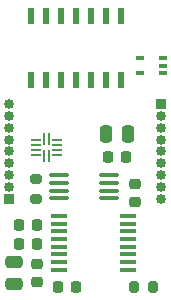
<source format=gbr>
%TF.GenerationSoftware,KiCad,Pcbnew,9.0.2*%
%TF.CreationDate,2025-07-02T09:28:49-04:00*%
%TF.ProjectId,strain-gauge,73747261-696e-42d6-9761-7567652e6b69,rev?*%
%TF.SameCoordinates,Original*%
%TF.FileFunction,Soldermask,Top*%
%TF.FilePolarity,Negative*%
%FSLAX46Y46*%
G04 Gerber Fmt 4.6, Leading zero omitted, Abs format (unit mm)*
G04 Created by KiCad (PCBNEW 9.0.2) date 2025-07-02 09:28:49*
%MOMM*%
%LPD*%
G01*
G04 APERTURE LIST*
G04 Aperture macros list*
%AMRoundRect*
0 Rectangle with rounded corners*
0 $1 Rounding radius*
0 $2 $3 $4 $5 $6 $7 $8 $9 X,Y pos of 4 corners*
0 Add a 4 corners polygon primitive as box body*
4,1,4,$2,$3,$4,$5,$6,$7,$8,$9,$2,$3,0*
0 Add four circle primitives for the rounded corners*
1,1,$1+$1,$2,$3*
1,1,$1+$1,$4,$5*
1,1,$1+$1,$6,$7*
1,1,$1+$1,$8,$9*
0 Add four rect primitives between the rounded corners*
20,1,$1+$1,$2,$3,$4,$5,0*
20,1,$1+$1,$4,$5,$6,$7,0*
20,1,$1+$1,$6,$7,$8,$9,0*
20,1,$1+$1,$8,$9,$2,$3,0*%
G04 Aperture macros list end*
%ADD10RoundRect,0.100000X-0.712500X-0.100000X0.712500X-0.100000X0.712500X0.100000X-0.712500X0.100000X0*%
%ADD11RoundRect,0.225000X-0.225000X-0.250000X0.225000X-0.250000X0.225000X0.250000X-0.225000X0.250000X0*%
%ADD12R,1.473200X0.355600*%
%ADD13RoundRect,0.225000X0.250000X-0.225000X0.250000X0.225000X-0.250000X0.225000X-0.250000X-0.225000X0*%
%ADD14RoundRect,0.225000X0.225000X0.250000X-0.225000X0.250000X-0.225000X-0.250000X0.225000X-0.250000X0*%
%ADD15RoundRect,0.225000X-0.250000X0.225000X-0.250000X-0.225000X0.250000X-0.225000X0.250000X0.225000X0*%
%ADD16R,0.850000X0.850000*%
%ADD17C,0.850000*%
%ADD18RoundRect,0.200000X-0.200000X-0.275000X0.200000X-0.275000X0.200000X0.275000X-0.200000X0.275000X0*%
%ADD19RoundRect,0.050000X-0.050000X0.475000X-0.050000X-0.475000X0.050000X-0.475000X0.050000X0.475000X0*%
%ADD20RoundRect,0.050000X-0.337500X0.050000X-0.337500X-0.050000X0.337500X-0.050000X0.337500X0.050000X0*%
%ADD21RoundRect,0.100000X0.225000X0.100000X-0.225000X0.100000X-0.225000X-0.100000X0.225000X-0.100000X0*%
%ADD22R,0.558800X1.460500*%
%ADD23RoundRect,0.200000X-0.275000X0.200000X-0.275000X-0.200000X0.275000X-0.200000X0.275000X0.200000X0*%
%ADD24RoundRect,0.250000X-0.250000X-0.475000X0.250000X-0.475000X0.250000X0.475000X-0.250000X0.475000X0*%
%ADD25RoundRect,0.250000X0.475000X-0.250000X0.475000X0.250000X-0.475000X0.250000X-0.475000X-0.250000X0*%
G04 APERTURE END LIST*
D10*
%TO.C,U5*%
X89887500Y-129775000D03*
X89887500Y-130425000D03*
X89887500Y-131075000D03*
X89887500Y-131725000D03*
X94112500Y-131725000D03*
X94112500Y-131075000D03*
X94112500Y-130425000D03*
X94112500Y-129775000D03*
%TD*%
D11*
%TO.C,C7*%
X93975000Y-128250000D03*
X95525000Y-128250000D03*
%TD*%
D12*
%TO.C,U1*%
X89829000Y-133225001D03*
X89829000Y-133874999D03*
X89829000Y-134525001D03*
X89829000Y-135174999D03*
X89829000Y-135824998D03*
X89829000Y-136474999D03*
X89829000Y-137124998D03*
X89829000Y-137774999D03*
X95671000Y-137774999D03*
X95671000Y-137125001D03*
X95671000Y-136474999D03*
X95671000Y-135825001D03*
X95671000Y-135175002D03*
X95671000Y-134525001D03*
X95671000Y-133875002D03*
X95671000Y-133225001D03*
%TD*%
D13*
%TO.C,C2*%
X88000000Y-138800000D03*
X88000000Y-137250000D03*
%TD*%
D14*
%TO.C,C4*%
X88025000Y-134000000D03*
X86475000Y-134000000D03*
%TD*%
D15*
%TO.C,C6*%
X96250000Y-130475000D03*
X96250000Y-132025000D03*
%TD*%
D16*
%TO.C,J2*%
X98500000Y-123750000D03*
D17*
X98500000Y-124750000D03*
X98500000Y-125750000D03*
X98500000Y-126750000D03*
X98500000Y-127750000D03*
X98500000Y-128750000D03*
X98500000Y-129750000D03*
X98500000Y-130750000D03*
X98500000Y-131750000D03*
%TD*%
D18*
%TO.C,R2*%
X96175000Y-139250000D03*
X97825000Y-139250000D03*
%TD*%
D19*
%TO.C,U2*%
X88970435Y-126675565D03*
X88570435Y-126675565D03*
D20*
X87882935Y-126825565D03*
X87882935Y-127225565D03*
X87882935Y-127625565D03*
X87882935Y-128025565D03*
D19*
X88570435Y-128175565D03*
X88970435Y-128175565D03*
D20*
X89657935Y-128025565D03*
X89657935Y-127625565D03*
X89657935Y-127225565D03*
X89657935Y-126825565D03*
%TD*%
D21*
%TO.C,U4*%
X98650000Y-121150000D03*
X98650000Y-120500000D03*
X98650000Y-119850000D03*
X96750000Y-119850000D03*
X96750000Y-121150000D03*
%TD*%
D14*
%TO.C,C3*%
X88025000Y-135550000D03*
X86475000Y-135550000D03*
%TD*%
%TO.C,C5*%
X91275000Y-139250000D03*
X89725000Y-139250000D03*
%TD*%
D22*
%TO.C,U3*%
X87440000Y-121724150D03*
X88710000Y-121724150D03*
X89980000Y-121724150D03*
X91250000Y-121724150D03*
X92520000Y-121724150D03*
X93790000Y-121724150D03*
X95060000Y-121724150D03*
X95060000Y-116275850D03*
X93790000Y-116275850D03*
X92520000Y-116275850D03*
X91250000Y-116275850D03*
X89980000Y-116275850D03*
X88710000Y-116275850D03*
X87440000Y-116275850D03*
%TD*%
D23*
%TO.C,R1*%
X87862500Y-130100000D03*
X87862500Y-131750000D03*
%TD*%
D16*
%TO.C,J1*%
X85625000Y-131750000D03*
D17*
X85625000Y-130750000D03*
X85625000Y-129750000D03*
X85625000Y-128750000D03*
X85625000Y-127750000D03*
X85625000Y-126750000D03*
X85625000Y-125750000D03*
X85625000Y-124750000D03*
X85625000Y-123750000D03*
%TD*%
D24*
%TO.C,C8*%
X93800000Y-126250000D03*
X95700000Y-126250000D03*
%TD*%
D25*
%TO.C,C1*%
X86000000Y-138975000D03*
X86000000Y-137075000D03*
%TD*%
M02*

</source>
